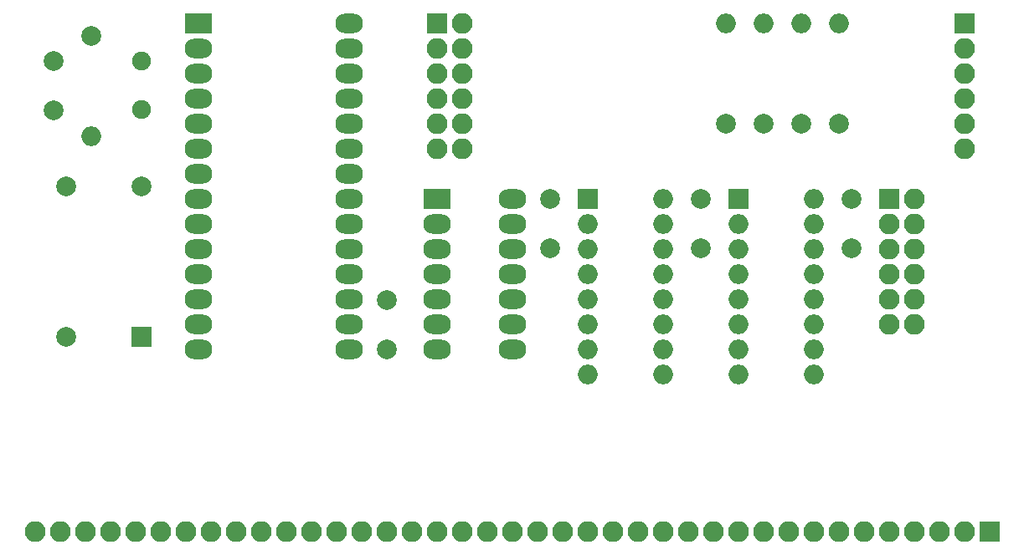
<source format=gts>
G04 #@! TF.GenerationSoftware,KiCad,Pcbnew,(5.1.5)-3*
G04 #@! TF.CreationDate,2020-10-17T22:09:53+02:00*
G04 #@! TF.ProjectId,RC1 ACIA,52433120-4143-4494-912e-6b696361645f,rev?*
G04 #@! TF.SameCoordinates,Original*
G04 #@! TF.FileFunction,Soldermask,Top*
G04 #@! TF.FilePolarity,Negative*
%FSLAX46Y46*%
G04 Gerber Fmt 4.6, Leading zero omitted, Abs format (unit mm)*
G04 Created by KiCad (PCBNEW (5.1.5)-3) date 2020-10-17 22:09:53*
%MOMM*%
%LPD*%
G04 APERTURE LIST*
%ADD10C,2.000000*%
%ADD11R,2.100000X2.100000*%
%ADD12O,2.100000X2.100000*%
%ADD13R,2.000000X2.000000*%
%ADD14O,2.000000X2.000000*%
%ADD15R,2.800000X2.000000*%
%ADD16O,2.800000X2.000000*%
%ADD17C,1.900000*%
G04 APERTURE END LIST*
D10*
X98425000Y-99695000D03*
X98425000Y-104695000D03*
D11*
X193040000Y-147320000D03*
D12*
X190500000Y-147320000D03*
X187960000Y-147320000D03*
X185420000Y-147320000D03*
X182880000Y-147320000D03*
X180340000Y-147320000D03*
X177800000Y-147320000D03*
X175260000Y-147320000D03*
X172720000Y-147320000D03*
X170180000Y-147320000D03*
X167640000Y-147320000D03*
X165100000Y-147320000D03*
X162560000Y-147320000D03*
X160020000Y-147320000D03*
X157480000Y-147320000D03*
X154940000Y-147320000D03*
X152400000Y-147320000D03*
X149860000Y-147320000D03*
X147320000Y-147320000D03*
X144780000Y-147320000D03*
X142240000Y-147320000D03*
X139700000Y-147320000D03*
X137160000Y-147320000D03*
X134620000Y-147320000D03*
X132080000Y-147320000D03*
X129540000Y-147320000D03*
X127000000Y-147320000D03*
X124460000Y-147320000D03*
X121920000Y-147320000D03*
X119380000Y-147320000D03*
X116840000Y-147320000D03*
X114300000Y-147320000D03*
X111760000Y-147320000D03*
X109220000Y-147320000D03*
X106680000Y-147320000D03*
X104140000Y-147320000D03*
X101600000Y-147320000D03*
X99060000Y-147320000D03*
X96520000Y-147320000D03*
D13*
X167640000Y-113665000D03*
D14*
X175260000Y-131445000D03*
X167640000Y-116205000D03*
X175260000Y-128905000D03*
X167640000Y-118745000D03*
X175260000Y-126365000D03*
X167640000Y-121285000D03*
X175260000Y-123825000D03*
X167640000Y-123825000D03*
X175260000Y-121285000D03*
X167640000Y-126365000D03*
X175260000Y-118745000D03*
X167640000Y-128905000D03*
X175260000Y-116205000D03*
X167640000Y-131445000D03*
X175260000Y-113665000D03*
D13*
X152400000Y-113665000D03*
D14*
X160020000Y-131445000D03*
X152400000Y-116205000D03*
X160020000Y-128905000D03*
X152400000Y-118745000D03*
X160020000Y-126365000D03*
X152400000Y-121285000D03*
X160020000Y-123825000D03*
X152400000Y-123825000D03*
X160020000Y-121285000D03*
X152400000Y-126365000D03*
X160020000Y-118745000D03*
X152400000Y-128905000D03*
X160020000Y-116205000D03*
X152400000Y-131445000D03*
X160020000Y-113665000D03*
D11*
X182880000Y-113665000D03*
D12*
X185420000Y-113665000D03*
X182880000Y-116205000D03*
X185420000Y-116205000D03*
X182880000Y-118745000D03*
X185420000Y-118745000D03*
X182880000Y-121285000D03*
X185420000Y-121285000D03*
X182880000Y-123825000D03*
X185420000Y-123825000D03*
X182880000Y-126365000D03*
X185420000Y-126365000D03*
D10*
X132080000Y-128905000D03*
X132080000Y-123905000D03*
X179070000Y-113665000D03*
X179070000Y-118665000D03*
X148590000Y-113665000D03*
X148590000Y-118665000D03*
X163830000Y-113665000D03*
X163830000Y-118665000D03*
D13*
X107315000Y-127635000D03*
D10*
X99695000Y-127635000D03*
X99695000Y-112395000D03*
X107315000Y-112395000D03*
D11*
X190500000Y-95885000D03*
D12*
X190500000Y-98425000D03*
X190500000Y-100965000D03*
X190500000Y-103505000D03*
X190500000Y-106045000D03*
X190500000Y-108585000D03*
D10*
X102235000Y-97155000D03*
D14*
X102235000Y-107315000D03*
D10*
X173990000Y-106045000D03*
D14*
X173990000Y-95885000D03*
D10*
X177800000Y-106045000D03*
D14*
X177800000Y-95885000D03*
D10*
X166370000Y-106045000D03*
D14*
X166370000Y-95885000D03*
D15*
X113030000Y-95885000D03*
D16*
X128270000Y-128905000D03*
X113030000Y-98425000D03*
X128270000Y-126365000D03*
X113030000Y-100965000D03*
X128270000Y-123825000D03*
X113030000Y-103505000D03*
X128270000Y-121285000D03*
X113030000Y-106045000D03*
X128270000Y-118745000D03*
X113030000Y-108585000D03*
X128270000Y-116205000D03*
X113030000Y-111125000D03*
X128270000Y-113665000D03*
X113030000Y-113665000D03*
X128270000Y-111125000D03*
X113030000Y-116205000D03*
X128270000Y-108585000D03*
X113030000Y-118745000D03*
X128270000Y-106045000D03*
X113030000Y-121285000D03*
X128270000Y-103505000D03*
X113030000Y-123825000D03*
X128270000Y-100965000D03*
X113030000Y-126365000D03*
X128270000Y-98425000D03*
X113030000Y-128905000D03*
X128270000Y-95885000D03*
D15*
X137160000Y-113665000D03*
D16*
X144780000Y-128905000D03*
X137160000Y-116205000D03*
X144780000Y-126365000D03*
X137160000Y-118745000D03*
X144780000Y-123825000D03*
X137160000Y-121285000D03*
X144780000Y-121285000D03*
X137160000Y-123825000D03*
X144780000Y-118745000D03*
X137160000Y-126365000D03*
X144780000Y-116205000D03*
X137160000Y-128905000D03*
X144780000Y-113665000D03*
D17*
X107315000Y-99695000D03*
X107315000Y-104575000D03*
D12*
X139700000Y-108585000D03*
X137160000Y-108585000D03*
X139700000Y-106045000D03*
X137160000Y-106045000D03*
X139700000Y-103505000D03*
X137160000Y-103505000D03*
X139700000Y-100965000D03*
X137160000Y-100965000D03*
X139700000Y-98425000D03*
X137160000Y-98425000D03*
X139700000Y-95885000D03*
D11*
X137160000Y-95885000D03*
D14*
X170180000Y-95885000D03*
D10*
X170180000Y-106045000D03*
M02*

</source>
